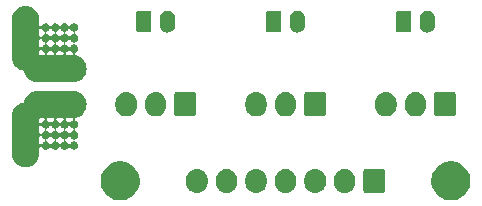
<source format=gbs>
G04 #@! TF.GenerationSoftware,KiCad,Pcbnew,(5.1.5)-3*
G04 #@! TF.CreationDate,2020-09-06T00:36:18+02:00*
G04 #@! TF.ProjectId,2S_serial_charging_board,32535f73-6572-4696-916c-5f6368617267,1*
G04 #@! TF.SameCoordinates,Original*
G04 #@! TF.FileFunction,Soldermask,Bot*
G04 #@! TF.FilePolarity,Negative*
%FSLAX46Y46*%
G04 Gerber Fmt 4.6, Leading zero omitted, Abs format (unit mm)*
G04 Created by KiCad (PCBNEW (5.1.5)-3) date 2020-09-06 00:36:18*
%MOMM*%
%LPD*%
G04 APERTURE LIST*
%ADD10C,0.100000*%
G04 APERTURE END LIST*
D10*
G36*
X127375256Y-115391298D02*
G01*
X127481579Y-115412447D01*
X127694037Y-115500450D01*
X127735965Y-115517817D01*
X127782042Y-115536903D01*
X128052451Y-115717585D01*
X128282415Y-115947549D01*
X128463097Y-116217958D01*
X128463098Y-116217960D01*
X128471813Y-116239000D01*
X128587553Y-116518421D01*
X128608702Y-116624744D01*
X128651000Y-116837389D01*
X128651000Y-117162611D01*
X128649677Y-117169260D01*
X128587553Y-117481579D01*
X128526907Y-117627991D01*
X128470080Y-117765185D01*
X128463097Y-117782042D01*
X128282415Y-118052451D01*
X128052451Y-118282415D01*
X127782042Y-118463097D01*
X127481579Y-118587553D01*
X127375256Y-118608702D01*
X127162611Y-118651000D01*
X126837389Y-118651000D01*
X126624744Y-118608702D01*
X126518421Y-118587553D01*
X126217958Y-118463097D01*
X125947549Y-118282415D01*
X125717585Y-118052451D01*
X125536903Y-117782042D01*
X125529921Y-117765185D01*
X125473093Y-117627991D01*
X125412447Y-117481579D01*
X125350323Y-117169260D01*
X125349000Y-117162611D01*
X125349000Y-116837389D01*
X125391298Y-116624744D01*
X125412447Y-116518421D01*
X125528187Y-116239000D01*
X125536902Y-116217960D01*
X125536903Y-116217958D01*
X125717585Y-115947549D01*
X125947549Y-115717585D01*
X126217958Y-115536903D01*
X126264036Y-115517817D01*
X126305963Y-115500450D01*
X126518421Y-115412447D01*
X126624744Y-115391298D01*
X126837389Y-115349000D01*
X127162611Y-115349000D01*
X127375256Y-115391298D01*
G37*
G36*
X99375256Y-115391298D02*
G01*
X99481579Y-115412447D01*
X99694037Y-115500450D01*
X99735965Y-115517817D01*
X99782042Y-115536903D01*
X100052451Y-115717585D01*
X100282415Y-115947549D01*
X100463097Y-116217958D01*
X100463098Y-116217960D01*
X100471813Y-116239000D01*
X100587553Y-116518421D01*
X100608702Y-116624744D01*
X100651000Y-116837389D01*
X100651000Y-117162611D01*
X100649677Y-117169260D01*
X100587553Y-117481579D01*
X100526907Y-117627991D01*
X100470080Y-117765185D01*
X100463097Y-117782042D01*
X100282415Y-118052451D01*
X100052451Y-118282415D01*
X99782042Y-118463097D01*
X99481579Y-118587553D01*
X99375256Y-118608702D01*
X99162611Y-118651000D01*
X98837389Y-118651000D01*
X98624744Y-118608702D01*
X98518421Y-118587553D01*
X98217958Y-118463097D01*
X97947549Y-118282415D01*
X97717585Y-118052451D01*
X97536903Y-117782042D01*
X97529921Y-117765185D01*
X97473093Y-117627991D01*
X97412447Y-117481579D01*
X97350323Y-117169260D01*
X97349000Y-117162611D01*
X97349000Y-116837389D01*
X97391298Y-116624744D01*
X97412447Y-116518421D01*
X97528187Y-116239000D01*
X97536902Y-116217960D01*
X97536903Y-116217958D01*
X97717585Y-115947549D01*
X97947549Y-115717585D01*
X98217958Y-115536903D01*
X98264036Y-115517817D01*
X98305963Y-115500450D01*
X98518421Y-115412447D01*
X98624744Y-115391298D01*
X98837389Y-115349000D01*
X99162611Y-115349000D01*
X99375256Y-115391298D01*
G37*
G36*
X115676627Y-115987037D02*
G01*
X115846466Y-116038557D01*
X116002991Y-116122222D01*
X116038729Y-116151552D01*
X116140186Y-116234814D01*
X116223448Y-116336271D01*
X116252778Y-116372009D01*
X116336443Y-116528534D01*
X116387963Y-116698374D01*
X116401000Y-116830743D01*
X116401000Y-117169258D01*
X116387963Y-117301627D01*
X116336443Y-117471465D01*
X116336442Y-117471468D01*
X116294611Y-117549728D01*
X116252778Y-117627991D01*
X116223448Y-117663729D01*
X116140186Y-117765186D01*
X116002989Y-117877779D01*
X115846467Y-117961442D01*
X115846465Y-117961443D01*
X115676626Y-118012963D01*
X115500000Y-118030359D01*
X115323373Y-118012963D01*
X115153534Y-117961443D01*
X114997009Y-117877778D01*
X114954750Y-117843097D01*
X114859814Y-117765186D01*
X114747221Y-117627989D01*
X114663558Y-117471467D01*
X114663557Y-117471465D01*
X114612037Y-117301626D01*
X114599000Y-117169257D01*
X114599000Y-116830742D01*
X114612037Y-116698373D01*
X114663557Y-116528534D01*
X114668963Y-116518421D01*
X114747221Y-116372011D01*
X114747222Y-116372009D01*
X114859815Y-116234815D01*
X114997010Y-116122222D01*
X115153535Y-116038557D01*
X115323374Y-115987037D01*
X115500000Y-115969641D01*
X115676627Y-115987037D01*
G37*
G36*
X118176627Y-115987037D02*
G01*
X118346466Y-116038557D01*
X118502991Y-116122222D01*
X118538729Y-116151552D01*
X118640186Y-116234814D01*
X118723448Y-116336271D01*
X118752778Y-116372009D01*
X118836443Y-116528534D01*
X118887963Y-116698374D01*
X118901000Y-116830743D01*
X118901000Y-117169258D01*
X118887963Y-117301627D01*
X118836443Y-117471465D01*
X118836442Y-117471468D01*
X118794611Y-117549728D01*
X118752778Y-117627991D01*
X118723448Y-117663729D01*
X118640186Y-117765186D01*
X118502989Y-117877779D01*
X118346467Y-117961442D01*
X118346465Y-117961443D01*
X118176626Y-118012963D01*
X118000000Y-118030359D01*
X117823373Y-118012963D01*
X117653534Y-117961443D01*
X117497009Y-117877778D01*
X117454750Y-117843097D01*
X117359814Y-117765186D01*
X117247221Y-117627989D01*
X117163558Y-117471467D01*
X117163557Y-117471465D01*
X117112037Y-117301626D01*
X117099000Y-117169257D01*
X117099000Y-116830742D01*
X117112037Y-116698373D01*
X117163557Y-116528534D01*
X117168963Y-116518421D01*
X117247221Y-116372011D01*
X117247222Y-116372009D01*
X117359815Y-116234815D01*
X117497010Y-116122222D01*
X117653535Y-116038557D01*
X117823374Y-115987037D01*
X118000000Y-115969641D01*
X118176627Y-115987037D01*
G37*
G36*
X110676627Y-115987037D02*
G01*
X110846466Y-116038557D01*
X111002991Y-116122222D01*
X111038729Y-116151552D01*
X111140186Y-116234814D01*
X111223448Y-116336271D01*
X111252778Y-116372009D01*
X111336443Y-116528534D01*
X111387963Y-116698374D01*
X111401000Y-116830743D01*
X111401000Y-117169258D01*
X111387963Y-117301627D01*
X111336443Y-117471465D01*
X111336442Y-117471468D01*
X111294611Y-117549728D01*
X111252778Y-117627991D01*
X111223448Y-117663729D01*
X111140186Y-117765186D01*
X111002989Y-117877779D01*
X110846467Y-117961442D01*
X110846465Y-117961443D01*
X110676626Y-118012963D01*
X110500000Y-118030359D01*
X110323373Y-118012963D01*
X110153534Y-117961443D01*
X109997009Y-117877778D01*
X109954750Y-117843097D01*
X109859814Y-117765186D01*
X109747221Y-117627989D01*
X109663558Y-117471467D01*
X109663557Y-117471465D01*
X109612037Y-117301626D01*
X109599000Y-117169257D01*
X109599000Y-116830742D01*
X109612037Y-116698373D01*
X109663557Y-116528534D01*
X109668963Y-116518421D01*
X109747221Y-116372011D01*
X109747222Y-116372009D01*
X109859815Y-116234815D01*
X109997010Y-116122222D01*
X110153535Y-116038557D01*
X110323374Y-115987037D01*
X110500000Y-115969641D01*
X110676627Y-115987037D01*
G37*
G36*
X105676627Y-115987037D02*
G01*
X105846466Y-116038557D01*
X106002991Y-116122222D01*
X106038729Y-116151552D01*
X106140186Y-116234814D01*
X106223448Y-116336271D01*
X106252778Y-116372009D01*
X106336443Y-116528534D01*
X106387963Y-116698374D01*
X106401000Y-116830743D01*
X106401000Y-117169258D01*
X106387963Y-117301627D01*
X106336443Y-117471465D01*
X106336442Y-117471468D01*
X106294611Y-117549728D01*
X106252778Y-117627991D01*
X106223448Y-117663729D01*
X106140186Y-117765186D01*
X106002989Y-117877779D01*
X105846467Y-117961442D01*
X105846465Y-117961443D01*
X105676626Y-118012963D01*
X105500000Y-118030359D01*
X105323373Y-118012963D01*
X105153534Y-117961443D01*
X104997009Y-117877778D01*
X104954750Y-117843097D01*
X104859814Y-117765186D01*
X104747221Y-117627989D01*
X104663558Y-117471467D01*
X104663557Y-117471465D01*
X104612037Y-117301626D01*
X104599000Y-117169257D01*
X104599000Y-116830742D01*
X104612037Y-116698373D01*
X104663557Y-116528534D01*
X104668963Y-116518421D01*
X104747221Y-116372011D01*
X104747222Y-116372009D01*
X104859815Y-116234815D01*
X104997010Y-116122222D01*
X105153535Y-116038557D01*
X105323374Y-115987037D01*
X105500000Y-115969641D01*
X105676627Y-115987037D01*
G37*
G36*
X108176627Y-115987037D02*
G01*
X108346466Y-116038557D01*
X108502991Y-116122222D01*
X108538729Y-116151552D01*
X108640186Y-116234814D01*
X108723448Y-116336271D01*
X108752778Y-116372009D01*
X108836443Y-116528534D01*
X108887963Y-116698374D01*
X108901000Y-116830743D01*
X108901000Y-117169258D01*
X108887963Y-117301627D01*
X108836443Y-117471465D01*
X108836442Y-117471468D01*
X108794611Y-117549728D01*
X108752778Y-117627991D01*
X108723448Y-117663729D01*
X108640186Y-117765186D01*
X108502989Y-117877779D01*
X108346467Y-117961442D01*
X108346465Y-117961443D01*
X108176626Y-118012963D01*
X108000000Y-118030359D01*
X107823373Y-118012963D01*
X107653534Y-117961443D01*
X107497009Y-117877778D01*
X107454750Y-117843097D01*
X107359814Y-117765186D01*
X107247221Y-117627989D01*
X107163558Y-117471467D01*
X107163557Y-117471465D01*
X107112037Y-117301626D01*
X107099000Y-117169257D01*
X107099000Y-116830742D01*
X107112037Y-116698373D01*
X107163557Y-116528534D01*
X107168963Y-116518421D01*
X107247221Y-116372011D01*
X107247222Y-116372009D01*
X107359815Y-116234815D01*
X107497010Y-116122222D01*
X107653535Y-116038557D01*
X107823374Y-115987037D01*
X108000000Y-115969641D01*
X108176627Y-115987037D01*
G37*
G36*
X113176627Y-115987037D02*
G01*
X113346466Y-116038557D01*
X113502991Y-116122222D01*
X113538729Y-116151552D01*
X113640186Y-116234814D01*
X113723448Y-116336271D01*
X113752778Y-116372009D01*
X113836443Y-116528534D01*
X113887963Y-116698374D01*
X113901000Y-116830743D01*
X113901000Y-117169258D01*
X113887963Y-117301627D01*
X113836443Y-117471465D01*
X113836442Y-117471468D01*
X113794611Y-117549728D01*
X113752778Y-117627991D01*
X113723448Y-117663729D01*
X113640186Y-117765186D01*
X113502989Y-117877779D01*
X113346467Y-117961442D01*
X113346465Y-117961443D01*
X113176626Y-118012963D01*
X113000000Y-118030359D01*
X112823373Y-118012963D01*
X112653534Y-117961443D01*
X112497009Y-117877778D01*
X112454750Y-117843097D01*
X112359814Y-117765186D01*
X112247221Y-117627989D01*
X112163558Y-117471467D01*
X112163557Y-117471465D01*
X112112037Y-117301626D01*
X112099000Y-117169257D01*
X112099000Y-116830742D01*
X112112037Y-116698373D01*
X112163557Y-116528534D01*
X112168963Y-116518421D01*
X112247221Y-116372011D01*
X112247222Y-116372009D01*
X112359815Y-116234815D01*
X112497010Y-116122222D01*
X112653535Y-116038557D01*
X112823374Y-115987037D01*
X113000000Y-115969641D01*
X113176627Y-115987037D01*
G37*
G36*
X121258600Y-115977989D02*
G01*
X121291652Y-115988015D01*
X121322103Y-116004292D01*
X121348799Y-116026201D01*
X121370708Y-116052897D01*
X121386985Y-116083348D01*
X121397011Y-116116400D01*
X121401000Y-116156903D01*
X121401000Y-117843097D01*
X121397011Y-117883600D01*
X121386985Y-117916652D01*
X121370708Y-117947103D01*
X121348799Y-117973799D01*
X121322103Y-117995708D01*
X121291652Y-118011985D01*
X121258600Y-118022011D01*
X121218097Y-118026000D01*
X119781903Y-118026000D01*
X119741400Y-118022011D01*
X119708348Y-118011985D01*
X119677897Y-117995708D01*
X119651201Y-117973799D01*
X119629292Y-117947103D01*
X119613015Y-117916652D01*
X119602989Y-117883600D01*
X119599000Y-117843097D01*
X119599000Y-116156903D01*
X119602989Y-116116400D01*
X119613015Y-116083348D01*
X119629292Y-116052897D01*
X119651201Y-116026201D01*
X119677897Y-116004292D01*
X119708348Y-115988015D01*
X119741400Y-115977989D01*
X119781903Y-115974000D01*
X121218097Y-115974000D01*
X121258600Y-115977989D01*
G37*
G36*
X95169271Y-109360103D02*
G01*
X95225635Y-109365654D01*
X95442600Y-109431470D01*
X95442602Y-109431471D01*
X95642555Y-109538347D01*
X95817818Y-109682182D01*
X95961653Y-109857445D01*
X96053100Y-110028532D01*
X96068530Y-110057400D01*
X96134346Y-110274365D01*
X96156569Y-110500000D01*
X96134346Y-110725635D01*
X96094362Y-110857445D01*
X96068529Y-110942602D01*
X95961653Y-111142555D01*
X95817818Y-111317818D01*
X95642555Y-111461653D01*
X95442603Y-111568529D01*
X95442600Y-111568530D01*
X95228568Y-111633456D01*
X95205937Y-111642831D01*
X95185563Y-111656444D01*
X95168236Y-111673771D01*
X95154622Y-111694146D01*
X95145244Y-111716785D01*
X95140464Y-111740818D01*
X95140464Y-111765322D01*
X95145244Y-111789355D01*
X95154622Y-111811994D01*
X95168235Y-111832368D01*
X95185562Y-111849695D01*
X95205937Y-111863309D01*
X95217026Y-111868554D01*
X95266259Y-111888947D01*
X95266261Y-111888948D01*
X95295200Y-111908285D01*
X95323748Y-111927360D01*
X95372640Y-111976252D01*
X95411054Y-112033742D01*
X95423779Y-112064464D01*
X95437511Y-112097617D01*
X95451000Y-112165430D01*
X95451000Y-112234570D01*
X95437511Y-112302383D01*
X95437510Y-112302385D01*
X95411054Y-112366258D01*
X95372640Y-112423748D01*
X95323748Y-112472640D01*
X95266258Y-112511054D01*
X95209614Y-112534516D01*
X95188003Y-112546067D01*
X95169061Y-112561612D01*
X95153516Y-112580553D01*
X95141964Y-112602164D01*
X95134851Y-112625613D01*
X95132449Y-112649999D01*
X95134851Y-112674385D01*
X95141964Y-112697834D01*
X95153515Y-112719445D01*
X95169060Y-112738387D01*
X95188001Y-112753932D01*
X95209614Y-112765484D01*
X95266258Y-112788946D01*
X95323748Y-112827360D01*
X95372640Y-112876252D01*
X95411054Y-112933742D01*
X95423779Y-112964464D01*
X95437511Y-112997617D01*
X95451000Y-113065430D01*
X95451000Y-113134570D01*
X95437511Y-113202383D01*
X95437510Y-113202385D01*
X95411054Y-113266258D01*
X95372640Y-113323748D01*
X95323748Y-113372640D01*
X95266258Y-113411054D01*
X95209614Y-113434516D01*
X95188003Y-113446067D01*
X95169061Y-113461612D01*
X95153516Y-113480553D01*
X95141964Y-113502164D01*
X95134851Y-113525613D01*
X95132449Y-113549999D01*
X95134851Y-113574385D01*
X95141964Y-113597834D01*
X95153515Y-113619445D01*
X95169060Y-113638387D01*
X95188001Y-113653932D01*
X95209614Y-113665484D01*
X95266258Y-113688946D01*
X95323748Y-113727360D01*
X95372640Y-113776252D01*
X95411054Y-113833742D01*
X95423779Y-113864464D01*
X95437511Y-113897617D01*
X95451000Y-113965430D01*
X95451000Y-114034570D01*
X95437511Y-114102383D01*
X95437510Y-114102385D01*
X95411054Y-114166258D01*
X95372640Y-114223748D01*
X95323748Y-114272640D01*
X95266258Y-114311054D01*
X95214182Y-114332624D01*
X95202383Y-114337511D01*
X95134570Y-114351000D01*
X95065430Y-114351000D01*
X94997617Y-114337511D01*
X94985818Y-114332624D01*
X94933742Y-114311054D01*
X94876252Y-114272640D01*
X94827360Y-114223748D01*
X94803933Y-114188687D01*
X94788387Y-114169745D01*
X94769445Y-114154200D01*
X94747835Y-114142649D01*
X94724386Y-114135536D01*
X94700000Y-114133134D01*
X94675614Y-114135536D01*
X94652165Y-114142649D01*
X94630554Y-114154200D01*
X94611612Y-114169746D01*
X94596067Y-114188687D01*
X94572640Y-114223748D01*
X94523748Y-114272640D01*
X94466258Y-114311054D01*
X94414182Y-114332624D01*
X94402383Y-114337511D01*
X94334570Y-114351000D01*
X94265430Y-114351000D01*
X94197617Y-114337511D01*
X94185818Y-114332624D01*
X94133742Y-114311054D01*
X94076252Y-114272640D01*
X94027360Y-114223748D01*
X94003933Y-114188687D01*
X93988387Y-114169745D01*
X93969445Y-114154200D01*
X93947835Y-114142649D01*
X93924386Y-114135536D01*
X93900000Y-114133134D01*
X93875614Y-114135536D01*
X93852165Y-114142649D01*
X93830554Y-114154200D01*
X93811612Y-114169746D01*
X93796067Y-114188687D01*
X93772640Y-114223748D01*
X93723748Y-114272640D01*
X93666258Y-114311054D01*
X93614182Y-114332624D01*
X93602383Y-114337511D01*
X93534570Y-114351000D01*
X93465430Y-114351000D01*
X93397617Y-114337511D01*
X93385818Y-114332624D01*
X93333742Y-114311054D01*
X93276252Y-114272640D01*
X93227360Y-114223748D01*
X93203933Y-114188687D01*
X93188387Y-114169745D01*
X93169445Y-114154200D01*
X93147835Y-114142649D01*
X93124386Y-114135536D01*
X93100000Y-114133134D01*
X93075614Y-114135536D01*
X93052165Y-114142649D01*
X93030554Y-114154200D01*
X93011612Y-114169746D01*
X92996067Y-114188687D01*
X92972640Y-114223748D01*
X92923748Y-114272640D01*
X92866258Y-114311054D01*
X92814182Y-114332624D01*
X92802383Y-114337511D01*
X92734570Y-114351000D01*
X92665430Y-114351000D01*
X92597617Y-114337511D01*
X92585818Y-114332624D01*
X92533742Y-114311054D01*
X92476252Y-114272640D01*
X92427360Y-114223748D01*
X92385264Y-114160748D01*
X92379930Y-114150769D01*
X92364385Y-114131827D01*
X92345442Y-114116283D01*
X92323831Y-114104732D01*
X92300382Y-114097619D01*
X92275996Y-114095218D01*
X92251610Y-114097620D01*
X92228161Y-114104734D01*
X92206551Y-114116286D01*
X92187609Y-114131831D01*
X92172065Y-114150774D01*
X92160514Y-114172385D01*
X92153401Y-114195834D01*
X92151000Y-114220217D01*
X92151000Y-114756545D01*
X92134346Y-114925634D01*
X92068529Y-115142602D01*
X91961653Y-115342555D01*
X91882652Y-115438817D01*
X91817818Y-115517818D01*
X91669204Y-115639781D01*
X91642553Y-115661653D01*
X91537911Y-115717585D01*
X91442599Y-115768530D01*
X91225634Y-115834346D01*
X91000000Y-115856569D01*
X90774365Y-115834346D01*
X90557400Y-115768530D01*
X90557398Y-115768529D01*
X90357445Y-115661653D01*
X90261183Y-115582652D01*
X90182182Y-115517818D01*
X90038348Y-115342554D01*
X89931470Y-115142599D01*
X89865654Y-114925634D01*
X89849000Y-114756542D01*
X89849000Y-113320217D01*
X92151000Y-113320217D01*
X92151000Y-113779783D01*
X92153402Y-113804169D01*
X92160515Y-113827618D01*
X92172066Y-113849229D01*
X92187611Y-113868171D01*
X92206553Y-113883716D01*
X92228164Y-113895267D01*
X92251613Y-113902380D01*
X92275999Y-113904782D01*
X92300385Y-113902380D01*
X92323834Y-113895267D01*
X92345445Y-113883716D01*
X92364387Y-113868171D01*
X92379932Y-113849229D01*
X92385267Y-113839249D01*
X92388947Y-113833742D01*
X92388948Y-113833739D01*
X92427361Y-113776251D01*
X92476251Y-113727361D01*
X92533739Y-113688948D01*
X92533742Y-113688946D01*
X92590386Y-113665484D01*
X92611997Y-113653933D01*
X92630939Y-113638388D01*
X92646484Y-113619447D01*
X92658036Y-113597836D01*
X92665149Y-113574387D01*
X92667551Y-113550001D01*
X92667551Y-113549999D01*
X92732449Y-113549999D01*
X92734851Y-113574385D01*
X92741964Y-113597834D01*
X92753515Y-113619445D01*
X92769060Y-113638387D01*
X92788001Y-113653932D01*
X92809614Y-113665484D01*
X92866258Y-113688946D01*
X92923748Y-113727360D01*
X92972640Y-113776252D01*
X92996067Y-113811313D01*
X93011613Y-113830255D01*
X93030555Y-113845800D01*
X93052165Y-113857351D01*
X93075614Y-113864464D01*
X93100000Y-113866866D01*
X93124386Y-113864464D01*
X93147835Y-113857351D01*
X93169446Y-113845800D01*
X93188388Y-113830254D01*
X93203933Y-113811313D01*
X93227360Y-113776252D01*
X93276252Y-113727360D01*
X93333742Y-113688946D01*
X93390386Y-113665484D01*
X93411997Y-113653933D01*
X93430939Y-113638388D01*
X93446484Y-113619447D01*
X93458036Y-113597836D01*
X93465149Y-113574387D01*
X93467551Y-113550001D01*
X93467551Y-113549999D01*
X93532449Y-113549999D01*
X93534851Y-113574385D01*
X93541964Y-113597834D01*
X93553515Y-113619445D01*
X93569060Y-113638387D01*
X93588001Y-113653932D01*
X93609614Y-113665484D01*
X93666258Y-113688946D01*
X93723748Y-113727360D01*
X93772640Y-113776252D01*
X93796067Y-113811313D01*
X93811613Y-113830255D01*
X93830555Y-113845800D01*
X93852165Y-113857351D01*
X93875614Y-113864464D01*
X93900000Y-113866866D01*
X93924386Y-113864464D01*
X93947835Y-113857351D01*
X93969446Y-113845800D01*
X93988388Y-113830254D01*
X94003933Y-113811313D01*
X94027360Y-113776252D01*
X94076252Y-113727360D01*
X94133742Y-113688946D01*
X94190386Y-113665484D01*
X94211997Y-113653933D01*
X94230939Y-113638388D01*
X94246484Y-113619447D01*
X94258036Y-113597836D01*
X94265149Y-113574387D01*
X94267551Y-113550001D01*
X94267551Y-113549999D01*
X94332449Y-113549999D01*
X94334851Y-113574385D01*
X94341964Y-113597834D01*
X94353515Y-113619445D01*
X94369060Y-113638387D01*
X94388001Y-113653932D01*
X94409614Y-113665484D01*
X94466258Y-113688946D01*
X94523748Y-113727360D01*
X94572640Y-113776252D01*
X94596067Y-113811313D01*
X94611613Y-113830255D01*
X94630555Y-113845800D01*
X94652165Y-113857351D01*
X94675614Y-113864464D01*
X94700000Y-113866866D01*
X94724386Y-113864464D01*
X94747835Y-113857351D01*
X94769446Y-113845800D01*
X94788388Y-113830254D01*
X94803933Y-113811313D01*
X94827360Y-113776252D01*
X94876252Y-113727360D01*
X94933742Y-113688946D01*
X94990386Y-113665484D01*
X95011997Y-113653933D01*
X95030939Y-113638388D01*
X95046484Y-113619447D01*
X95058036Y-113597836D01*
X95065149Y-113574387D01*
X95067551Y-113550001D01*
X95065149Y-113525615D01*
X95058036Y-113502166D01*
X95046485Y-113480555D01*
X95030940Y-113461613D01*
X95011999Y-113446068D01*
X94990386Y-113434516D01*
X94933742Y-113411054D01*
X94876252Y-113372640D01*
X94827360Y-113323748D01*
X94803933Y-113288687D01*
X94788387Y-113269745D01*
X94769445Y-113254200D01*
X94747835Y-113242649D01*
X94724386Y-113235536D01*
X94700000Y-113233134D01*
X94675614Y-113235536D01*
X94652165Y-113242649D01*
X94630554Y-113254200D01*
X94611612Y-113269746D01*
X94596067Y-113288687D01*
X94572640Y-113323748D01*
X94523748Y-113372640D01*
X94466258Y-113411054D01*
X94409614Y-113434516D01*
X94388003Y-113446067D01*
X94369061Y-113461612D01*
X94353516Y-113480553D01*
X94341964Y-113502164D01*
X94334851Y-113525613D01*
X94332449Y-113549999D01*
X94267551Y-113549999D01*
X94265149Y-113525615D01*
X94258036Y-113502166D01*
X94246485Y-113480555D01*
X94230940Y-113461613D01*
X94211999Y-113446068D01*
X94190386Y-113434516D01*
X94133742Y-113411054D01*
X94076252Y-113372640D01*
X94027360Y-113323748D01*
X94003933Y-113288687D01*
X93988387Y-113269745D01*
X93969445Y-113254200D01*
X93947835Y-113242649D01*
X93924386Y-113235536D01*
X93900000Y-113233134D01*
X93875614Y-113235536D01*
X93852165Y-113242649D01*
X93830554Y-113254200D01*
X93811612Y-113269746D01*
X93796067Y-113288687D01*
X93772640Y-113323748D01*
X93723748Y-113372640D01*
X93666258Y-113411054D01*
X93609614Y-113434516D01*
X93588003Y-113446067D01*
X93569061Y-113461612D01*
X93553516Y-113480553D01*
X93541964Y-113502164D01*
X93534851Y-113525613D01*
X93532449Y-113549999D01*
X93467551Y-113549999D01*
X93465149Y-113525615D01*
X93458036Y-113502166D01*
X93446485Y-113480555D01*
X93430940Y-113461613D01*
X93411999Y-113446068D01*
X93390386Y-113434516D01*
X93333742Y-113411054D01*
X93276252Y-113372640D01*
X93227360Y-113323748D01*
X93203933Y-113288687D01*
X93188387Y-113269745D01*
X93169445Y-113254200D01*
X93147835Y-113242649D01*
X93124386Y-113235536D01*
X93100000Y-113233134D01*
X93075614Y-113235536D01*
X93052165Y-113242649D01*
X93030554Y-113254200D01*
X93011612Y-113269746D01*
X92996067Y-113288687D01*
X92972640Y-113323748D01*
X92923748Y-113372640D01*
X92866258Y-113411054D01*
X92809614Y-113434516D01*
X92788003Y-113446067D01*
X92769061Y-113461612D01*
X92753516Y-113480553D01*
X92741964Y-113502164D01*
X92734851Y-113525613D01*
X92732449Y-113549999D01*
X92667551Y-113549999D01*
X92665149Y-113525615D01*
X92658036Y-113502166D01*
X92646485Y-113480555D01*
X92630940Y-113461613D01*
X92611999Y-113446068D01*
X92590386Y-113434516D01*
X92533742Y-113411054D01*
X92476252Y-113372640D01*
X92427360Y-113323748D01*
X92385264Y-113260748D01*
X92379930Y-113250769D01*
X92364385Y-113231827D01*
X92345442Y-113216283D01*
X92323831Y-113204732D01*
X92300382Y-113197619D01*
X92275996Y-113195218D01*
X92251610Y-113197620D01*
X92228161Y-113204734D01*
X92206551Y-113216286D01*
X92187609Y-113231831D01*
X92172065Y-113250774D01*
X92160514Y-113272385D01*
X92153401Y-113295834D01*
X92151000Y-113320217D01*
X89849000Y-113320217D01*
X89849000Y-112420217D01*
X92151000Y-112420217D01*
X92151000Y-112879783D01*
X92153402Y-112904169D01*
X92160515Y-112927618D01*
X92172066Y-112949229D01*
X92187611Y-112968171D01*
X92206553Y-112983716D01*
X92228164Y-112995267D01*
X92251613Y-113002380D01*
X92275999Y-113004782D01*
X92300385Y-113002380D01*
X92323834Y-112995267D01*
X92345445Y-112983716D01*
X92364387Y-112968171D01*
X92379932Y-112949229D01*
X92385267Y-112939249D01*
X92388947Y-112933742D01*
X92388948Y-112933739D01*
X92427361Y-112876251D01*
X92476251Y-112827361D01*
X92533739Y-112788948D01*
X92533742Y-112788946D01*
X92590386Y-112765484D01*
X92611997Y-112753933D01*
X92630939Y-112738388D01*
X92646484Y-112719447D01*
X92658036Y-112697836D01*
X92665149Y-112674387D01*
X92667551Y-112650001D01*
X92667551Y-112649999D01*
X92732449Y-112649999D01*
X92734851Y-112674385D01*
X92741964Y-112697834D01*
X92753515Y-112719445D01*
X92769060Y-112738387D01*
X92788001Y-112753932D01*
X92809614Y-112765484D01*
X92866258Y-112788946D01*
X92923748Y-112827360D01*
X92972640Y-112876252D01*
X92996067Y-112911313D01*
X93011613Y-112930255D01*
X93030555Y-112945800D01*
X93052165Y-112957351D01*
X93075614Y-112964464D01*
X93100000Y-112966866D01*
X93124386Y-112964464D01*
X93147835Y-112957351D01*
X93169446Y-112945800D01*
X93188388Y-112930254D01*
X93203933Y-112911313D01*
X93227360Y-112876252D01*
X93276252Y-112827360D01*
X93333742Y-112788946D01*
X93390386Y-112765484D01*
X93411997Y-112753933D01*
X93430939Y-112738388D01*
X93446484Y-112719447D01*
X93458036Y-112697836D01*
X93465149Y-112674387D01*
X93467551Y-112650001D01*
X93467551Y-112649999D01*
X93532449Y-112649999D01*
X93534851Y-112674385D01*
X93541964Y-112697834D01*
X93553515Y-112719445D01*
X93569060Y-112738387D01*
X93588001Y-112753932D01*
X93609614Y-112765484D01*
X93666258Y-112788946D01*
X93723748Y-112827360D01*
X93772640Y-112876252D01*
X93796067Y-112911313D01*
X93811613Y-112930255D01*
X93830555Y-112945800D01*
X93852165Y-112957351D01*
X93875614Y-112964464D01*
X93900000Y-112966866D01*
X93924386Y-112964464D01*
X93947835Y-112957351D01*
X93969446Y-112945800D01*
X93988388Y-112930254D01*
X94003933Y-112911313D01*
X94027360Y-112876252D01*
X94076252Y-112827360D01*
X94133742Y-112788946D01*
X94190386Y-112765484D01*
X94211997Y-112753933D01*
X94230939Y-112738388D01*
X94246484Y-112719447D01*
X94258036Y-112697836D01*
X94265149Y-112674387D01*
X94267551Y-112650001D01*
X94267551Y-112649999D01*
X94332449Y-112649999D01*
X94334851Y-112674385D01*
X94341964Y-112697834D01*
X94353515Y-112719445D01*
X94369060Y-112738387D01*
X94388001Y-112753932D01*
X94409614Y-112765484D01*
X94466258Y-112788946D01*
X94523748Y-112827360D01*
X94572640Y-112876252D01*
X94596067Y-112911313D01*
X94611613Y-112930255D01*
X94630555Y-112945800D01*
X94652165Y-112957351D01*
X94675614Y-112964464D01*
X94700000Y-112966866D01*
X94724386Y-112964464D01*
X94747835Y-112957351D01*
X94769446Y-112945800D01*
X94788388Y-112930254D01*
X94803933Y-112911313D01*
X94827360Y-112876252D01*
X94876252Y-112827360D01*
X94933742Y-112788946D01*
X94990386Y-112765484D01*
X95011997Y-112753933D01*
X95030939Y-112738388D01*
X95046484Y-112719447D01*
X95058036Y-112697836D01*
X95065149Y-112674387D01*
X95067551Y-112650001D01*
X95065149Y-112625615D01*
X95058036Y-112602166D01*
X95046485Y-112580555D01*
X95030940Y-112561613D01*
X95011999Y-112546068D01*
X94990386Y-112534516D01*
X94933742Y-112511054D01*
X94876252Y-112472640D01*
X94827360Y-112423748D01*
X94803933Y-112388687D01*
X94788387Y-112369745D01*
X94769445Y-112354200D01*
X94747835Y-112342649D01*
X94724386Y-112335536D01*
X94700000Y-112333134D01*
X94675614Y-112335536D01*
X94652165Y-112342649D01*
X94630554Y-112354200D01*
X94611612Y-112369746D01*
X94596067Y-112388687D01*
X94572640Y-112423748D01*
X94523748Y-112472640D01*
X94466258Y-112511054D01*
X94409614Y-112534516D01*
X94388003Y-112546067D01*
X94369061Y-112561612D01*
X94353516Y-112580553D01*
X94341964Y-112602164D01*
X94334851Y-112625613D01*
X94332449Y-112649999D01*
X94267551Y-112649999D01*
X94265149Y-112625615D01*
X94258036Y-112602166D01*
X94246485Y-112580555D01*
X94230940Y-112561613D01*
X94211999Y-112546068D01*
X94190386Y-112534516D01*
X94133742Y-112511054D01*
X94076252Y-112472640D01*
X94027360Y-112423748D01*
X94003933Y-112388687D01*
X93988387Y-112369745D01*
X93969445Y-112354200D01*
X93947835Y-112342649D01*
X93924386Y-112335536D01*
X93900000Y-112333134D01*
X93875614Y-112335536D01*
X93852165Y-112342649D01*
X93830554Y-112354200D01*
X93811612Y-112369746D01*
X93796067Y-112388687D01*
X93772640Y-112423748D01*
X93723748Y-112472640D01*
X93666258Y-112511054D01*
X93609614Y-112534516D01*
X93588003Y-112546067D01*
X93569061Y-112561612D01*
X93553516Y-112580553D01*
X93541964Y-112602164D01*
X93534851Y-112625613D01*
X93532449Y-112649999D01*
X93467551Y-112649999D01*
X93465149Y-112625615D01*
X93458036Y-112602166D01*
X93446485Y-112580555D01*
X93430940Y-112561613D01*
X93411999Y-112546068D01*
X93390386Y-112534516D01*
X93333742Y-112511054D01*
X93276252Y-112472640D01*
X93227360Y-112423748D01*
X93203933Y-112388687D01*
X93188387Y-112369745D01*
X93169445Y-112354200D01*
X93147835Y-112342649D01*
X93124386Y-112335536D01*
X93100000Y-112333134D01*
X93075614Y-112335536D01*
X93052165Y-112342649D01*
X93030554Y-112354200D01*
X93011612Y-112369746D01*
X92996067Y-112388687D01*
X92972640Y-112423748D01*
X92923748Y-112472640D01*
X92866258Y-112511054D01*
X92809614Y-112534516D01*
X92788003Y-112546067D01*
X92769061Y-112561612D01*
X92753516Y-112580553D01*
X92741964Y-112602164D01*
X92734851Y-112625613D01*
X92732449Y-112649999D01*
X92667551Y-112649999D01*
X92665149Y-112625615D01*
X92658036Y-112602166D01*
X92646485Y-112580555D01*
X92630940Y-112561613D01*
X92611999Y-112546068D01*
X92590386Y-112534516D01*
X92533742Y-112511054D01*
X92476252Y-112472640D01*
X92427360Y-112423748D01*
X92385264Y-112360748D01*
X92379930Y-112350769D01*
X92364385Y-112331827D01*
X92345442Y-112316283D01*
X92323831Y-112304732D01*
X92300382Y-112297619D01*
X92275996Y-112295218D01*
X92251610Y-112297620D01*
X92228161Y-112304734D01*
X92206551Y-112316286D01*
X92187609Y-112331831D01*
X92172065Y-112350774D01*
X92160514Y-112372385D01*
X92153401Y-112395834D01*
X92151000Y-112420217D01*
X89849000Y-112420217D01*
X89849000Y-111775999D01*
X92151000Y-111775999D01*
X92151000Y-111979783D01*
X92153402Y-112004169D01*
X92160515Y-112027618D01*
X92172066Y-112049229D01*
X92187611Y-112068171D01*
X92206553Y-112083716D01*
X92228164Y-112095267D01*
X92251613Y-112102380D01*
X92275999Y-112104782D01*
X92300385Y-112102380D01*
X92323834Y-112095267D01*
X92345445Y-112083716D01*
X92364387Y-112068171D01*
X92379932Y-112049229D01*
X92385267Y-112039249D01*
X92388947Y-112033742D01*
X92388948Y-112033739D01*
X92427361Y-111976251D01*
X92476251Y-111927361D01*
X92533739Y-111888948D01*
X92533738Y-111888948D01*
X92539252Y-111885264D01*
X92549231Y-111879930D01*
X92568173Y-111864385D01*
X92583717Y-111845442D01*
X92595268Y-111823831D01*
X92602381Y-111800382D01*
X92604781Y-111775999D01*
X92795218Y-111775999D01*
X92797620Y-111800385D01*
X92804733Y-111823834D01*
X92816284Y-111845445D01*
X92831829Y-111864387D01*
X92850771Y-111879932D01*
X92860751Y-111885267D01*
X92866258Y-111888947D01*
X92866261Y-111888948D01*
X92904170Y-111914278D01*
X92923748Y-111927360D01*
X92972640Y-111976252D01*
X92996067Y-112011313D01*
X93011613Y-112030255D01*
X93030555Y-112045800D01*
X93052165Y-112057351D01*
X93075614Y-112064464D01*
X93100000Y-112066866D01*
X93124386Y-112064464D01*
X93147835Y-112057351D01*
X93169446Y-112045800D01*
X93188388Y-112030254D01*
X93203933Y-112011313D01*
X93227360Y-111976252D01*
X93276252Y-111927360D01*
X93339252Y-111885264D01*
X93349231Y-111879930D01*
X93368173Y-111864385D01*
X93383717Y-111845442D01*
X93395268Y-111823831D01*
X93402381Y-111800382D01*
X93404781Y-111775999D01*
X93595218Y-111775999D01*
X93597620Y-111800385D01*
X93604733Y-111823834D01*
X93616284Y-111845445D01*
X93631829Y-111864387D01*
X93650771Y-111879932D01*
X93660751Y-111885267D01*
X93666258Y-111888947D01*
X93666261Y-111888948D01*
X93704170Y-111914278D01*
X93723748Y-111927360D01*
X93772640Y-111976252D01*
X93796067Y-112011313D01*
X93811613Y-112030255D01*
X93830555Y-112045800D01*
X93852165Y-112057351D01*
X93875614Y-112064464D01*
X93900000Y-112066866D01*
X93924386Y-112064464D01*
X93947835Y-112057351D01*
X93969446Y-112045800D01*
X93988388Y-112030254D01*
X94003933Y-112011313D01*
X94027360Y-111976252D01*
X94076252Y-111927360D01*
X94139252Y-111885264D01*
X94149231Y-111879930D01*
X94168173Y-111864385D01*
X94183717Y-111845442D01*
X94195268Y-111823831D01*
X94202381Y-111800382D01*
X94204781Y-111775999D01*
X94395218Y-111775999D01*
X94397620Y-111800385D01*
X94404733Y-111823834D01*
X94416284Y-111845445D01*
X94431829Y-111864387D01*
X94450771Y-111879932D01*
X94460751Y-111885267D01*
X94466258Y-111888947D01*
X94466261Y-111888948D01*
X94504170Y-111914278D01*
X94523748Y-111927360D01*
X94572640Y-111976252D01*
X94596067Y-112011313D01*
X94611613Y-112030255D01*
X94630555Y-112045800D01*
X94652165Y-112057351D01*
X94675614Y-112064464D01*
X94700000Y-112066866D01*
X94724386Y-112064464D01*
X94747835Y-112057351D01*
X94769446Y-112045800D01*
X94788388Y-112030254D01*
X94803933Y-112011313D01*
X94827360Y-111976252D01*
X94876252Y-111927360D01*
X94939252Y-111885264D01*
X94949231Y-111879930D01*
X94968173Y-111864385D01*
X94983717Y-111845442D01*
X94995268Y-111823831D01*
X95002381Y-111800382D01*
X95004782Y-111775996D01*
X95002380Y-111751610D01*
X94995266Y-111728161D01*
X94983714Y-111706551D01*
X94968169Y-111687609D01*
X94949226Y-111672065D01*
X94927615Y-111660514D01*
X94904166Y-111653401D01*
X94879783Y-111651000D01*
X94520217Y-111651000D01*
X94495831Y-111653402D01*
X94472382Y-111660515D01*
X94450771Y-111672066D01*
X94431829Y-111687611D01*
X94416284Y-111706553D01*
X94404733Y-111728164D01*
X94397620Y-111751613D01*
X94395218Y-111775999D01*
X94204781Y-111775999D01*
X94204782Y-111775996D01*
X94202380Y-111751610D01*
X94195266Y-111728161D01*
X94183714Y-111706551D01*
X94168169Y-111687609D01*
X94149226Y-111672065D01*
X94127615Y-111660514D01*
X94104166Y-111653401D01*
X94079783Y-111651000D01*
X93720217Y-111651000D01*
X93695831Y-111653402D01*
X93672382Y-111660515D01*
X93650771Y-111672066D01*
X93631829Y-111687611D01*
X93616284Y-111706553D01*
X93604733Y-111728164D01*
X93597620Y-111751613D01*
X93595218Y-111775999D01*
X93404781Y-111775999D01*
X93404782Y-111775996D01*
X93402380Y-111751610D01*
X93395266Y-111728161D01*
X93383714Y-111706551D01*
X93368169Y-111687609D01*
X93349226Y-111672065D01*
X93327615Y-111660514D01*
X93304166Y-111653401D01*
X93279783Y-111651000D01*
X92920217Y-111651000D01*
X92895831Y-111653402D01*
X92872382Y-111660515D01*
X92850771Y-111672066D01*
X92831829Y-111687611D01*
X92816284Y-111706553D01*
X92804733Y-111728164D01*
X92797620Y-111751613D01*
X92795218Y-111775999D01*
X92604781Y-111775999D01*
X92604782Y-111775996D01*
X92602380Y-111751610D01*
X92595266Y-111728161D01*
X92583714Y-111706551D01*
X92568169Y-111687609D01*
X92549226Y-111672065D01*
X92527615Y-111660514D01*
X92504166Y-111653401D01*
X92479783Y-111651000D01*
X92275999Y-111651000D01*
X92251613Y-111653402D01*
X92228164Y-111660515D01*
X92206553Y-111672066D01*
X92187611Y-111687611D01*
X92172066Y-111706553D01*
X92160515Y-111728164D01*
X92153402Y-111751613D01*
X92151000Y-111775999D01*
X89849000Y-111775999D01*
X89849001Y-111443457D01*
X89865655Y-111274365D01*
X89931471Y-111057400D01*
X89931472Y-111057398D01*
X90038348Y-110857445D01*
X90182183Y-110682182D01*
X90357446Y-110538347D01*
X90557398Y-110431471D01*
X90557401Y-110431470D01*
X90774366Y-110365654D01*
X90774369Y-110365654D01*
X90780470Y-110363803D01*
X90803109Y-110354425D01*
X90823484Y-110340812D01*
X90840811Y-110323485D01*
X90854424Y-110303110D01*
X90863802Y-110280471D01*
X90888705Y-110198376D01*
X90931470Y-110057400D01*
X90946900Y-110028532D01*
X91038347Y-109857445D01*
X91182182Y-109682182D01*
X91357445Y-109538347D01*
X91557398Y-109431471D01*
X91557400Y-109431470D01*
X91774365Y-109365654D01*
X91830729Y-109360103D01*
X91943455Y-109349000D01*
X95056545Y-109349000D01*
X95169271Y-109360103D01*
G37*
G36*
X124176627Y-109487037D02*
G01*
X124346466Y-109538557D01*
X124502991Y-109622222D01*
X124538729Y-109651552D01*
X124640186Y-109734814D01*
X124723448Y-109836271D01*
X124752778Y-109872009D01*
X124836443Y-110028534D01*
X124887963Y-110198374D01*
X124887963Y-110198376D01*
X124898279Y-110303110D01*
X124901000Y-110330743D01*
X124901000Y-110669258D01*
X124887963Y-110801627D01*
X124836443Y-110971466D01*
X124752778Y-111127991D01*
X124723448Y-111163729D01*
X124640186Y-111265186D01*
X124502989Y-111377779D01*
X124346467Y-111461442D01*
X124346465Y-111461443D01*
X124176626Y-111512963D01*
X124000000Y-111530359D01*
X123823373Y-111512963D01*
X123653534Y-111461443D01*
X123497009Y-111377778D01*
X123454750Y-111343097D01*
X123359814Y-111265186D01*
X123247221Y-111127989D01*
X123163558Y-110971467D01*
X123154801Y-110942600D01*
X123112037Y-110801626D01*
X123099000Y-110669257D01*
X123099000Y-110330742D01*
X123112037Y-110198373D01*
X123163557Y-110028534D01*
X123247222Y-109872009D01*
X123359815Y-109734815D01*
X123497010Y-109622222D01*
X123653535Y-109538557D01*
X123823374Y-109487037D01*
X124000000Y-109469641D01*
X124176627Y-109487037D01*
G37*
G36*
X121676627Y-109487037D02*
G01*
X121846466Y-109538557D01*
X122002991Y-109622222D01*
X122038729Y-109651552D01*
X122140186Y-109734814D01*
X122223448Y-109836271D01*
X122252778Y-109872009D01*
X122336443Y-110028534D01*
X122387963Y-110198374D01*
X122387963Y-110198376D01*
X122398279Y-110303110D01*
X122401000Y-110330743D01*
X122401000Y-110669258D01*
X122387963Y-110801627D01*
X122336443Y-110971466D01*
X122252778Y-111127991D01*
X122223448Y-111163729D01*
X122140186Y-111265186D01*
X122002989Y-111377779D01*
X121846467Y-111461442D01*
X121846465Y-111461443D01*
X121676626Y-111512963D01*
X121500000Y-111530359D01*
X121323373Y-111512963D01*
X121153534Y-111461443D01*
X120997009Y-111377778D01*
X120954750Y-111343097D01*
X120859814Y-111265186D01*
X120747221Y-111127989D01*
X120663558Y-110971467D01*
X120654801Y-110942600D01*
X120612037Y-110801626D01*
X120599000Y-110669257D01*
X120599000Y-110330742D01*
X120612037Y-110198373D01*
X120663557Y-110028534D01*
X120747222Y-109872009D01*
X120859815Y-109734815D01*
X120997010Y-109622222D01*
X121153535Y-109538557D01*
X121323374Y-109487037D01*
X121500000Y-109469641D01*
X121676627Y-109487037D01*
G37*
G36*
X113176627Y-109487037D02*
G01*
X113346466Y-109538557D01*
X113502991Y-109622222D01*
X113538729Y-109651552D01*
X113640186Y-109734814D01*
X113723448Y-109836271D01*
X113752778Y-109872009D01*
X113836443Y-110028534D01*
X113887963Y-110198374D01*
X113887963Y-110198376D01*
X113898279Y-110303110D01*
X113901000Y-110330743D01*
X113901000Y-110669258D01*
X113887963Y-110801627D01*
X113836443Y-110971466D01*
X113752778Y-111127991D01*
X113723448Y-111163729D01*
X113640186Y-111265186D01*
X113502989Y-111377779D01*
X113346467Y-111461442D01*
X113346465Y-111461443D01*
X113176626Y-111512963D01*
X113000000Y-111530359D01*
X112823373Y-111512963D01*
X112653534Y-111461443D01*
X112497009Y-111377778D01*
X112454750Y-111343097D01*
X112359814Y-111265186D01*
X112247221Y-111127989D01*
X112163558Y-110971467D01*
X112154801Y-110942600D01*
X112112037Y-110801626D01*
X112099000Y-110669257D01*
X112099000Y-110330742D01*
X112112037Y-110198373D01*
X112163557Y-110028534D01*
X112247222Y-109872009D01*
X112359815Y-109734815D01*
X112497010Y-109622222D01*
X112653535Y-109538557D01*
X112823374Y-109487037D01*
X113000000Y-109469641D01*
X113176627Y-109487037D01*
G37*
G36*
X102176627Y-109487037D02*
G01*
X102346466Y-109538557D01*
X102502991Y-109622222D01*
X102538729Y-109651552D01*
X102640186Y-109734814D01*
X102723448Y-109836271D01*
X102752778Y-109872009D01*
X102836443Y-110028534D01*
X102887963Y-110198374D01*
X102887963Y-110198376D01*
X102898279Y-110303110D01*
X102901000Y-110330743D01*
X102901000Y-110669258D01*
X102887963Y-110801627D01*
X102836443Y-110971466D01*
X102752778Y-111127991D01*
X102723448Y-111163729D01*
X102640186Y-111265186D01*
X102502989Y-111377779D01*
X102346467Y-111461442D01*
X102346465Y-111461443D01*
X102176626Y-111512963D01*
X102000000Y-111530359D01*
X101823373Y-111512963D01*
X101653534Y-111461443D01*
X101497009Y-111377778D01*
X101454750Y-111343097D01*
X101359814Y-111265186D01*
X101247221Y-111127989D01*
X101163558Y-110971467D01*
X101154801Y-110942600D01*
X101112037Y-110801626D01*
X101099000Y-110669257D01*
X101099000Y-110330742D01*
X101112037Y-110198373D01*
X101163557Y-110028534D01*
X101247222Y-109872009D01*
X101359815Y-109734815D01*
X101497010Y-109622222D01*
X101653535Y-109538557D01*
X101823374Y-109487037D01*
X102000000Y-109469641D01*
X102176627Y-109487037D01*
G37*
G36*
X99676627Y-109487037D02*
G01*
X99846466Y-109538557D01*
X100002991Y-109622222D01*
X100038729Y-109651552D01*
X100140186Y-109734814D01*
X100223448Y-109836271D01*
X100252778Y-109872009D01*
X100336443Y-110028534D01*
X100387963Y-110198374D01*
X100387963Y-110198376D01*
X100398279Y-110303110D01*
X100401000Y-110330743D01*
X100401000Y-110669258D01*
X100387963Y-110801627D01*
X100336443Y-110971466D01*
X100252778Y-111127991D01*
X100223448Y-111163729D01*
X100140186Y-111265186D01*
X100002989Y-111377779D01*
X99846467Y-111461442D01*
X99846465Y-111461443D01*
X99676626Y-111512963D01*
X99500000Y-111530359D01*
X99323373Y-111512963D01*
X99153534Y-111461443D01*
X98997009Y-111377778D01*
X98954750Y-111343097D01*
X98859814Y-111265186D01*
X98747221Y-111127989D01*
X98663558Y-110971467D01*
X98654801Y-110942600D01*
X98612037Y-110801626D01*
X98599000Y-110669257D01*
X98599000Y-110330742D01*
X98612037Y-110198373D01*
X98663557Y-110028534D01*
X98747222Y-109872009D01*
X98859815Y-109734815D01*
X98997010Y-109622222D01*
X99153535Y-109538557D01*
X99323374Y-109487037D01*
X99500000Y-109469641D01*
X99676627Y-109487037D01*
G37*
G36*
X110676627Y-109487037D02*
G01*
X110846466Y-109538557D01*
X111002991Y-109622222D01*
X111038729Y-109651552D01*
X111140186Y-109734814D01*
X111223448Y-109836271D01*
X111252778Y-109872009D01*
X111336443Y-110028534D01*
X111387963Y-110198374D01*
X111387963Y-110198376D01*
X111398279Y-110303110D01*
X111401000Y-110330743D01*
X111401000Y-110669258D01*
X111387963Y-110801627D01*
X111336443Y-110971466D01*
X111252778Y-111127991D01*
X111223448Y-111163729D01*
X111140186Y-111265186D01*
X111002989Y-111377779D01*
X110846467Y-111461442D01*
X110846465Y-111461443D01*
X110676626Y-111512963D01*
X110500000Y-111530359D01*
X110323373Y-111512963D01*
X110153534Y-111461443D01*
X109997009Y-111377778D01*
X109954750Y-111343097D01*
X109859814Y-111265186D01*
X109747221Y-111127989D01*
X109663558Y-110971467D01*
X109654801Y-110942600D01*
X109612037Y-110801626D01*
X109599000Y-110669257D01*
X109599000Y-110330742D01*
X109612037Y-110198373D01*
X109663557Y-110028534D01*
X109747222Y-109872009D01*
X109859815Y-109734815D01*
X109997010Y-109622222D01*
X110153535Y-109538557D01*
X110323374Y-109487037D01*
X110500000Y-109469641D01*
X110676627Y-109487037D01*
G37*
G36*
X127258600Y-109477989D02*
G01*
X127291652Y-109488015D01*
X127322103Y-109504292D01*
X127348799Y-109526201D01*
X127370708Y-109552897D01*
X127386985Y-109583348D01*
X127397011Y-109616400D01*
X127401000Y-109656903D01*
X127401000Y-111343097D01*
X127397011Y-111383600D01*
X127386985Y-111416652D01*
X127370708Y-111447103D01*
X127348799Y-111473799D01*
X127322103Y-111495708D01*
X127291652Y-111511985D01*
X127258600Y-111522011D01*
X127218097Y-111526000D01*
X125781903Y-111526000D01*
X125741400Y-111522011D01*
X125708348Y-111511985D01*
X125677897Y-111495708D01*
X125651201Y-111473799D01*
X125629292Y-111447103D01*
X125613015Y-111416652D01*
X125602989Y-111383600D01*
X125599000Y-111343097D01*
X125599000Y-109656903D01*
X125602989Y-109616400D01*
X125613015Y-109583348D01*
X125629292Y-109552897D01*
X125651201Y-109526201D01*
X125677897Y-109504292D01*
X125708348Y-109488015D01*
X125741400Y-109477989D01*
X125781903Y-109474000D01*
X127218097Y-109474000D01*
X127258600Y-109477989D01*
G37*
G36*
X105258600Y-109477989D02*
G01*
X105291652Y-109488015D01*
X105322103Y-109504292D01*
X105348799Y-109526201D01*
X105370708Y-109552897D01*
X105386985Y-109583348D01*
X105397011Y-109616400D01*
X105401000Y-109656903D01*
X105401000Y-111343097D01*
X105397011Y-111383600D01*
X105386985Y-111416652D01*
X105370708Y-111447103D01*
X105348799Y-111473799D01*
X105322103Y-111495708D01*
X105291652Y-111511985D01*
X105258600Y-111522011D01*
X105218097Y-111526000D01*
X103781903Y-111526000D01*
X103741400Y-111522011D01*
X103708348Y-111511985D01*
X103677897Y-111495708D01*
X103651201Y-111473799D01*
X103629292Y-111447103D01*
X103613015Y-111416652D01*
X103602989Y-111383600D01*
X103599000Y-111343097D01*
X103599000Y-109656903D01*
X103602989Y-109616400D01*
X103613015Y-109583348D01*
X103629292Y-109552897D01*
X103651201Y-109526201D01*
X103677897Y-109504292D01*
X103708348Y-109488015D01*
X103741400Y-109477989D01*
X103781903Y-109474000D01*
X105218097Y-109474000D01*
X105258600Y-109477989D01*
G37*
G36*
X116258600Y-109477989D02*
G01*
X116291652Y-109488015D01*
X116322103Y-109504292D01*
X116348799Y-109526201D01*
X116370708Y-109552897D01*
X116386985Y-109583348D01*
X116397011Y-109616400D01*
X116401000Y-109656903D01*
X116401000Y-111343097D01*
X116397011Y-111383600D01*
X116386985Y-111416652D01*
X116370708Y-111447103D01*
X116348799Y-111473799D01*
X116322103Y-111495708D01*
X116291652Y-111511985D01*
X116258600Y-111522011D01*
X116218097Y-111526000D01*
X114781903Y-111526000D01*
X114741400Y-111522011D01*
X114708348Y-111511985D01*
X114677897Y-111495708D01*
X114651201Y-111473799D01*
X114629292Y-111447103D01*
X114613015Y-111416652D01*
X114602989Y-111383600D01*
X114599000Y-111343097D01*
X114599000Y-109656903D01*
X114602989Y-109616400D01*
X114613015Y-109583348D01*
X114629292Y-109552897D01*
X114651201Y-109526201D01*
X114677897Y-109504292D01*
X114708348Y-109488015D01*
X114741400Y-109477989D01*
X114781903Y-109474000D01*
X116218097Y-109474000D01*
X116258600Y-109477989D01*
G37*
G36*
X91225635Y-102165654D02*
G01*
X91442600Y-102231470D01*
X91442602Y-102231471D01*
X91642555Y-102338347D01*
X91817818Y-102482182D01*
X91961653Y-102657445D01*
X92033750Y-102792331D01*
X92068530Y-102857400D01*
X92104102Y-102974664D01*
X92134346Y-103074366D01*
X92151000Y-103243455D01*
X92151000Y-103779783D01*
X92153402Y-103804169D01*
X92160515Y-103827618D01*
X92172066Y-103849229D01*
X92187611Y-103868171D01*
X92206553Y-103883716D01*
X92228164Y-103895267D01*
X92251613Y-103902380D01*
X92275999Y-103904782D01*
X92300385Y-103902380D01*
X92323834Y-103895267D01*
X92345445Y-103883716D01*
X92364387Y-103868171D01*
X92379932Y-103849229D01*
X92385267Y-103839249D01*
X92388947Y-103833742D01*
X92388948Y-103833739D01*
X92427361Y-103776251D01*
X92476251Y-103727361D01*
X92533739Y-103688948D01*
X92533742Y-103688946D01*
X92597615Y-103662490D01*
X92597614Y-103662490D01*
X92597617Y-103662489D01*
X92665430Y-103649000D01*
X92734570Y-103649000D01*
X92802383Y-103662489D01*
X92802386Y-103662490D01*
X92802385Y-103662490D01*
X92866258Y-103688946D01*
X92923748Y-103727360D01*
X92972640Y-103776252D01*
X92996067Y-103811313D01*
X93011613Y-103830255D01*
X93030555Y-103845800D01*
X93052165Y-103857351D01*
X93075614Y-103864464D01*
X93100000Y-103866866D01*
X93124386Y-103864464D01*
X93147835Y-103857351D01*
X93169446Y-103845800D01*
X93188388Y-103830254D01*
X93203933Y-103811313D01*
X93227360Y-103776252D01*
X93276252Y-103727360D01*
X93333742Y-103688946D01*
X93397615Y-103662490D01*
X93397614Y-103662490D01*
X93397617Y-103662489D01*
X93465430Y-103649000D01*
X93534570Y-103649000D01*
X93602383Y-103662489D01*
X93602386Y-103662490D01*
X93602385Y-103662490D01*
X93666258Y-103688946D01*
X93723748Y-103727360D01*
X93772640Y-103776252D01*
X93796067Y-103811313D01*
X93811613Y-103830255D01*
X93830555Y-103845800D01*
X93852165Y-103857351D01*
X93875614Y-103864464D01*
X93900000Y-103866866D01*
X93924386Y-103864464D01*
X93947835Y-103857351D01*
X93969446Y-103845800D01*
X93988388Y-103830254D01*
X94003933Y-103811313D01*
X94027360Y-103776252D01*
X94076252Y-103727360D01*
X94133742Y-103688946D01*
X94197615Y-103662490D01*
X94197614Y-103662490D01*
X94197617Y-103662489D01*
X94265430Y-103649000D01*
X94334570Y-103649000D01*
X94402383Y-103662489D01*
X94402386Y-103662490D01*
X94402385Y-103662490D01*
X94466258Y-103688946D01*
X94523748Y-103727360D01*
X94572640Y-103776252D01*
X94596067Y-103811313D01*
X94611613Y-103830255D01*
X94630555Y-103845800D01*
X94652165Y-103857351D01*
X94675614Y-103864464D01*
X94700000Y-103866866D01*
X94724386Y-103864464D01*
X94747835Y-103857351D01*
X94769446Y-103845800D01*
X94788388Y-103830254D01*
X94803933Y-103811313D01*
X94827360Y-103776252D01*
X94876252Y-103727360D01*
X94933742Y-103688946D01*
X94997615Y-103662490D01*
X94997614Y-103662490D01*
X94997617Y-103662489D01*
X95065430Y-103649000D01*
X95134570Y-103649000D01*
X95202383Y-103662489D01*
X95202386Y-103662490D01*
X95202385Y-103662490D01*
X95266258Y-103688946D01*
X95323748Y-103727360D01*
X95372640Y-103776252D01*
X95411054Y-103833742D01*
X95423779Y-103864464D01*
X95437511Y-103897617D01*
X95451000Y-103965430D01*
X95451000Y-104034570D01*
X95437511Y-104102383D01*
X95437510Y-104102385D01*
X95411054Y-104166258D01*
X95372640Y-104223748D01*
X95323748Y-104272640D01*
X95266258Y-104311054D01*
X95209614Y-104334516D01*
X95188003Y-104346067D01*
X95169061Y-104361612D01*
X95153516Y-104380553D01*
X95141964Y-104402164D01*
X95134851Y-104425613D01*
X95132449Y-104449999D01*
X95134851Y-104474385D01*
X95141964Y-104497834D01*
X95153515Y-104519445D01*
X95169060Y-104538387D01*
X95188001Y-104553932D01*
X95209614Y-104565484D01*
X95266258Y-104588946D01*
X95323748Y-104627360D01*
X95372640Y-104676252D01*
X95411054Y-104733742D01*
X95423779Y-104764464D01*
X95437511Y-104797617D01*
X95451000Y-104865430D01*
X95451000Y-104934570D01*
X95437511Y-105002383D01*
X95437510Y-105002385D01*
X95411054Y-105066258D01*
X95372640Y-105123748D01*
X95323748Y-105172640D01*
X95266258Y-105211054D01*
X95209614Y-105234516D01*
X95188003Y-105246067D01*
X95169061Y-105261612D01*
X95153516Y-105280553D01*
X95141964Y-105302164D01*
X95134851Y-105325613D01*
X95132449Y-105349999D01*
X95134851Y-105374385D01*
X95141964Y-105397834D01*
X95153515Y-105419445D01*
X95169060Y-105438387D01*
X95188001Y-105453932D01*
X95209614Y-105465484D01*
X95266258Y-105488946D01*
X95323748Y-105527360D01*
X95372640Y-105576252D01*
X95411054Y-105633742D01*
X95423779Y-105664464D01*
X95437511Y-105697617D01*
X95451000Y-105765430D01*
X95451000Y-105834570D01*
X95437511Y-105902383D01*
X95437510Y-105902385D01*
X95411054Y-105966258D01*
X95411052Y-105966261D01*
X95372639Y-106023749D01*
X95323749Y-106072639D01*
X95266261Y-106111052D01*
X95266260Y-106111053D01*
X95266259Y-106111053D01*
X95217026Y-106131446D01*
X95195415Y-106142997D01*
X95176473Y-106158542D01*
X95160928Y-106177484D01*
X95149377Y-106199095D01*
X95142264Y-106222544D01*
X95139862Y-106246930D01*
X95142264Y-106271316D01*
X95149377Y-106294765D01*
X95160928Y-106316376D01*
X95176473Y-106335318D01*
X95195415Y-106350863D01*
X95217026Y-106362414D01*
X95228560Y-106366541D01*
X95442600Y-106431470D01*
X95442603Y-106431471D01*
X95642555Y-106538347D01*
X95817818Y-106682182D01*
X95961653Y-106857445D01*
X96007169Y-106942601D01*
X96068530Y-107057400D01*
X96134346Y-107274365D01*
X96134346Y-107274366D01*
X96156569Y-107500000D01*
X96134346Y-107725634D01*
X96068529Y-107942602D01*
X95961653Y-108142555D01*
X95817818Y-108317818D01*
X95642555Y-108461653D01*
X95442602Y-108568529D01*
X95442600Y-108568530D01*
X95225635Y-108634346D01*
X95169271Y-108639897D01*
X95056545Y-108651000D01*
X91943455Y-108651000D01*
X91830729Y-108639897D01*
X91774365Y-108634346D01*
X91557400Y-108568530D01*
X91557398Y-108568529D01*
X91357445Y-108461653D01*
X91182182Y-108317818D01*
X91038347Y-108142555D01*
X90931469Y-107942599D01*
X90863801Y-107719529D01*
X90854424Y-107696891D01*
X90840810Y-107676516D01*
X90823483Y-107659189D01*
X90803109Y-107645576D01*
X90780471Y-107636199D01*
X90557401Y-107568531D01*
X90357445Y-107461653D01*
X90261183Y-107382652D01*
X90182182Y-107317818D01*
X90038348Y-107142554D01*
X89931470Y-106942599D01*
X89865654Y-106725634D01*
X89849000Y-106556542D01*
X89849000Y-106020217D01*
X92151000Y-106020217D01*
X92151000Y-106224001D01*
X92153402Y-106248387D01*
X92160515Y-106271836D01*
X92172066Y-106293447D01*
X92187611Y-106312389D01*
X92206553Y-106327934D01*
X92228164Y-106339485D01*
X92251613Y-106346598D01*
X92275999Y-106349000D01*
X92479783Y-106349000D01*
X92504169Y-106346598D01*
X92527618Y-106339485D01*
X92549229Y-106327934D01*
X92568171Y-106312389D01*
X92583716Y-106293447D01*
X92595267Y-106271836D01*
X92602380Y-106248387D01*
X92604781Y-106224004D01*
X92795218Y-106224004D01*
X92797620Y-106248390D01*
X92804734Y-106271839D01*
X92816286Y-106293449D01*
X92831831Y-106312391D01*
X92850774Y-106327935D01*
X92872385Y-106339486D01*
X92895834Y-106346599D01*
X92920217Y-106349000D01*
X93279783Y-106349000D01*
X93304169Y-106346598D01*
X93327618Y-106339485D01*
X93349229Y-106327934D01*
X93368171Y-106312389D01*
X93383716Y-106293447D01*
X93395267Y-106271836D01*
X93402380Y-106248387D01*
X93404781Y-106224004D01*
X93595218Y-106224004D01*
X93597620Y-106248390D01*
X93604734Y-106271839D01*
X93616286Y-106293449D01*
X93631831Y-106312391D01*
X93650774Y-106327935D01*
X93672385Y-106339486D01*
X93695834Y-106346599D01*
X93720217Y-106349000D01*
X94079783Y-106349000D01*
X94104169Y-106346598D01*
X94127618Y-106339485D01*
X94149229Y-106327934D01*
X94168171Y-106312389D01*
X94183716Y-106293447D01*
X94195267Y-106271836D01*
X94202380Y-106248387D01*
X94204781Y-106224004D01*
X94395218Y-106224004D01*
X94397620Y-106248390D01*
X94404734Y-106271839D01*
X94416286Y-106293449D01*
X94431831Y-106312391D01*
X94450774Y-106327935D01*
X94472385Y-106339486D01*
X94495834Y-106346599D01*
X94520217Y-106349000D01*
X94879783Y-106349000D01*
X94904169Y-106346598D01*
X94927618Y-106339485D01*
X94949229Y-106327934D01*
X94968171Y-106312389D01*
X94983716Y-106293447D01*
X94995267Y-106271836D01*
X95002380Y-106248387D01*
X95004782Y-106224001D01*
X95002380Y-106199615D01*
X94995267Y-106176166D01*
X94983716Y-106154555D01*
X94968171Y-106135613D01*
X94949229Y-106120068D01*
X94939249Y-106114733D01*
X94933742Y-106111053D01*
X94933739Y-106111052D01*
X94876251Y-106072639D01*
X94827361Y-106023749D01*
X94803932Y-105988686D01*
X94788387Y-105969745D01*
X94769445Y-105954200D01*
X94747835Y-105942649D01*
X94724386Y-105935536D01*
X94700000Y-105933134D01*
X94675614Y-105935536D01*
X94652165Y-105942649D01*
X94630554Y-105954200D01*
X94611612Y-105969746D01*
X94596067Y-105988687D01*
X94572640Y-106023748D01*
X94523748Y-106072640D01*
X94460748Y-106114736D01*
X94450769Y-106120070D01*
X94431827Y-106135615D01*
X94416283Y-106154558D01*
X94404732Y-106176169D01*
X94397619Y-106199618D01*
X94395218Y-106224004D01*
X94204781Y-106224004D01*
X94204782Y-106224001D01*
X94202380Y-106199615D01*
X94195267Y-106176166D01*
X94183716Y-106154555D01*
X94168171Y-106135613D01*
X94149229Y-106120068D01*
X94139249Y-106114733D01*
X94133742Y-106111053D01*
X94133739Y-106111052D01*
X94076251Y-106072639D01*
X94027361Y-106023749D01*
X94003932Y-105988686D01*
X93988387Y-105969745D01*
X93969445Y-105954200D01*
X93947835Y-105942649D01*
X93924386Y-105935536D01*
X93900000Y-105933134D01*
X93875614Y-105935536D01*
X93852165Y-105942649D01*
X93830554Y-105954200D01*
X93811612Y-105969746D01*
X93796067Y-105988687D01*
X93772640Y-106023748D01*
X93723748Y-106072640D01*
X93660748Y-106114736D01*
X93650769Y-106120070D01*
X93631827Y-106135615D01*
X93616283Y-106154558D01*
X93604732Y-106176169D01*
X93597619Y-106199618D01*
X93595218Y-106224004D01*
X93404781Y-106224004D01*
X93404782Y-106224001D01*
X93402380Y-106199615D01*
X93395267Y-106176166D01*
X93383716Y-106154555D01*
X93368171Y-106135613D01*
X93349229Y-106120068D01*
X93339249Y-106114733D01*
X93333742Y-106111053D01*
X93333739Y-106111052D01*
X93276251Y-106072639D01*
X93227361Y-106023749D01*
X93203932Y-105988686D01*
X93188387Y-105969745D01*
X93169445Y-105954200D01*
X93147835Y-105942649D01*
X93124386Y-105935536D01*
X93100000Y-105933134D01*
X93075614Y-105935536D01*
X93052165Y-105942649D01*
X93030554Y-105954200D01*
X93011612Y-105969746D01*
X92996067Y-105988687D01*
X92972640Y-106023748D01*
X92923748Y-106072640D01*
X92860748Y-106114736D01*
X92850769Y-106120070D01*
X92831827Y-106135615D01*
X92816283Y-106154558D01*
X92804732Y-106176169D01*
X92797619Y-106199618D01*
X92795218Y-106224004D01*
X92604781Y-106224004D01*
X92604782Y-106224001D01*
X92602380Y-106199615D01*
X92595267Y-106176166D01*
X92583716Y-106154555D01*
X92568171Y-106135613D01*
X92549229Y-106120068D01*
X92539249Y-106114733D01*
X92533742Y-106111053D01*
X92533739Y-106111052D01*
X92476251Y-106072639D01*
X92427361Y-106023749D01*
X92391277Y-105969746D01*
X92385264Y-105960748D01*
X92379930Y-105950769D01*
X92364385Y-105931827D01*
X92345442Y-105916283D01*
X92323831Y-105904732D01*
X92300382Y-105897619D01*
X92275996Y-105895218D01*
X92251610Y-105897620D01*
X92228161Y-105904734D01*
X92206551Y-105916286D01*
X92187609Y-105931831D01*
X92172065Y-105950774D01*
X92160514Y-105972385D01*
X92153401Y-105995834D01*
X92151000Y-106020217D01*
X89849000Y-106020217D01*
X89849000Y-105120217D01*
X92151000Y-105120217D01*
X92151000Y-105579783D01*
X92153402Y-105604169D01*
X92160515Y-105627618D01*
X92172066Y-105649229D01*
X92187611Y-105668171D01*
X92206553Y-105683716D01*
X92228164Y-105695267D01*
X92251613Y-105702380D01*
X92275999Y-105704782D01*
X92300385Y-105702380D01*
X92323834Y-105695267D01*
X92345445Y-105683716D01*
X92364387Y-105668171D01*
X92379932Y-105649229D01*
X92385267Y-105639249D01*
X92388947Y-105633742D01*
X92388948Y-105633739D01*
X92427361Y-105576251D01*
X92476251Y-105527361D01*
X92533739Y-105488948D01*
X92533742Y-105488946D01*
X92590386Y-105465484D01*
X92611997Y-105453933D01*
X92630939Y-105438388D01*
X92646484Y-105419447D01*
X92658036Y-105397836D01*
X92665149Y-105374387D01*
X92667551Y-105350001D01*
X92667551Y-105349999D01*
X92732449Y-105349999D01*
X92734851Y-105374385D01*
X92741964Y-105397834D01*
X92753515Y-105419445D01*
X92769060Y-105438387D01*
X92788001Y-105453932D01*
X92809614Y-105465484D01*
X92866258Y-105488946D01*
X92923748Y-105527360D01*
X92972640Y-105576252D01*
X92996067Y-105611313D01*
X93011613Y-105630255D01*
X93030555Y-105645800D01*
X93052165Y-105657351D01*
X93075614Y-105664464D01*
X93100000Y-105666866D01*
X93124386Y-105664464D01*
X93147835Y-105657351D01*
X93169446Y-105645800D01*
X93188388Y-105630254D01*
X93203933Y-105611313D01*
X93227360Y-105576252D01*
X93276252Y-105527360D01*
X93333742Y-105488946D01*
X93390386Y-105465484D01*
X93411997Y-105453933D01*
X93430939Y-105438388D01*
X93446484Y-105419447D01*
X93458036Y-105397836D01*
X93465149Y-105374387D01*
X93467551Y-105350001D01*
X93467551Y-105349999D01*
X93532449Y-105349999D01*
X93534851Y-105374385D01*
X93541964Y-105397834D01*
X93553515Y-105419445D01*
X93569060Y-105438387D01*
X93588001Y-105453932D01*
X93609614Y-105465484D01*
X93666258Y-105488946D01*
X93723748Y-105527360D01*
X93772640Y-105576252D01*
X93796067Y-105611313D01*
X93811613Y-105630255D01*
X93830555Y-105645800D01*
X93852165Y-105657351D01*
X93875614Y-105664464D01*
X93900000Y-105666866D01*
X93924386Y-105664464D01*
X93947835Y-105657351D01*
X93969446Y-105645800D01*
X93988388Y-105630254D01*
X94003933Y-105611313D01*
X94027360Y-105576252D01*
X94076252Y-105527360D01*
X94133742Y-105488946D01*
X94190386Y-105465484D01*
X94211997Y-105453933D01*
X94230939Y-105438388D01*
X94246484Y-105419447D01*
X94258036Y-105397836D01*
X94265149Y-105374387D01*
X94267551Y-105350001D01*
X94267551Y-105349999D01*
X94332449Y-105349999D01*
X94334851Y-105374385D01*
X94341964Y-105397834D01*
X94353515Y-105419445D01*
X94369060Y-105438387D01*
X94388001Y-105453932D01*
X94409614Y-105465484D01*
X94466258Y-105488946D01*
X94523748Y-105527360D01*
X94572640Y-105576252D01*
X94596067Y-105611313D01*
X94611613Y-105630255D01*
X94630555Y-105645800D01*
X94652165Y-105657351D01*
X94675614Y-105664464D01*
X94700000Y-105666866D01*
X94724386Y-105664464D01*
X94747835Y-105657351D01*
X94769446Y-105645800D01*
X94788388Y-105630254D01*
X94803933Y-105611313D01*
X94827360Y-105576252D01*
X94876252Y-105527360D01*
X94933742Y-105488946D01*
X94990386Y-105465484D01*
X95011997Y-105453933D01*
X95030939Y-105438388D01*
X95046484Y-105419447D01*
X95058036Y-105397836D01*
X95065149Y-105374387D01*
X95067551Y-105350001D01*
X95065149Y-105325615D01*
X95058036Y-105302166D01*
X95046485Y-105280555D01*
X95030940Y-105261613D01*
X95011999Y-105246068D01*
X94990386Y-105234516D01*
X94933742Y-105211054D01*
X94876252Y-105172640D01*
X94827360Y-105123748D01*
X94803933Y-105088687D01*
X94788387Y-105069745D01*
X94769445Y-105054200D01*
X94747835Y-105042649D01*
X94724386Y-105035536D01*
X94700000Y-105033134D01*
X94675614Y-105035536D01*
X94652165Y-105042649D01*
X94630554Y-105054200D01*
X94611612Y-105069746D01*
X94596067Y-105088687D01*
X94572640Y-105123748D01*
X94523748Y-105172640D01*
X94466258Y-105211054D01*
X94409614Y-105234516D01*
X94388003Y-105246067D01*
X94369061Y-105261612D01*
X94353516Y-105280553D01*
X94341964Y-105302164D01*
X94334851Y-105325613D01*
X94332449Y-105349999D01*
X94267551Y-105349999D01*
X94265149Y-105325615D01*
X94258036Y-105302166D01*
X94246485Y-105280555D01*
X94230940Y-105261613D01*
X94211999Y-105246068D01*
X94190386Y-105234516D01*
X94133742Y-105211054D01*
X94076252Y-105172640D01*
X94027360Y-105123748D01*
X94003933Y-105088687D01*
X93988387Y-105069745D01*
X93969445Y-105054200D01*
X93947835Y-105042649D01*
X93924386Y-105035536D01*
X93900000Y-105033134D01*
X93875614Y-105035536D01*
X93852165Y-105042649D01*
X93830554Y-105054200D01*
X93811612Y-105069746D01*
X93796067Y-105088687D01*
X93772640Y-105123748D01*
X93723748Y-105172640D01*
X93666258Y-105211054D01*
X93609614Y-105234516D01*
X93588003Y-105246067D01*
X93569061Y-105261612D01*
X93553516Y-105280553D01*
X93541964Y-105302164D01*
X93534851Y-105325613D01*
X93532449Y-105349999D01*
X93467551Y-105349999D01*
X93465149Y-105325615D01*
X93458036Y-105302166D01*
X93446485Y-105280555D01*
X93430940Y-105261613D01*
X93411999Y-105246068D01*
X93390386Y-105234516D01*
X93333742Y-105211054D01*
X93276252Y-105172640D01*
X93227360Y-105123748D01*
X93203933Y-105088687D01*
X93188387Y-105069745D01*
X93169445Y-105054200D01*
X93147835Y-105042649D01*
X93124386Y-105035536D01*
X93100000Y-105033134D01*
X93075614Y-105035536D01*
X93052165Y-105042649D01*
X93030554Y-105054200D01*
X93011612Y-105069746D01*
X92996067Y-105088687D01*
X92972640Y-105123748D01*
X92923748Y-105172640D01*
X92866258Y-105211054D01*
X92809614Y-105234516D01*
X92788003Y-105246067D01*
X92769061Y-105261612D01*
X92753516Y-105280553D01*
X92741964Y-105302164D01*
X92734851Y-105325613D01*
X92732449Y-105349999D01*
X92667551Y-105349999D01*
X92665149Y-105325615D01*
X92658036Y-105302166D01*
X92646485Y-105280555D01*
X92630940Y-105261613D01*
X92611999Y-105246068D01*
X92590386Y-105234516D01*
X92533742Y-105211054D01*
X92476252Y-105172640D01*
X92427360Y-105123748D01*
X92385264Y-105060748D01*
X92379930Y-105050769D01*
X92364385Y-105031827D01*
X92345442Y-105016283D01*
X92323831Y-105004732D01*
X92300382Y-104997619D01*
X92275996Y-104995218D01*
X92251610Y-104997620D01*
X92228161Y-105004734D01*
X92206551Y-105016286D01*
X92187609Y-105031831D01*
X92172065Y-105050774D01*
X92160514Y-105072385D01*
X92153401Y-105095834D01*
X92151000Y-105120217D01*
X89849000Y-105120217D01*
X89849000Y-104220217D01*
X92151000Y-104220217D01*
X92151000Y-104679783D01*
X92153402Y-104704169D01*
X92160515Y-104727618D01*
X92172066Y-104749229D01*
X92187611Y-104768171D01*
X92206553Y-104783716D01*
X92228164Y-104795267D01*
X92251613Y-104802380D01*
X92275999Y-104804782D01*
X92300385Y-104802380D01*
X92323834Y-104795267D01*
X92345445Y-104783716D01*
X92364387Y-104768171D01*
X92379932Y-104749229D01*
X92385267Y-104739249D01*
X92388947Y-104733742D01*
X92388948Y-104733739D01*
X92427361Y-104676251D01*
X92476251Y-104627361D01*
X92533739Y-104588948D01*
X92533742Y-104588946D01*
X92590386Y-104565484D01*
X92611997Y-104553933D01*
X92630939Y-104538388D01*
X92646484Y-104519447D01*
X92658036Y-104497836D01*
X92665149Y-104474387D01*
X92667551Y-104450001D01*
X92667551Y-104449999D01*
X92732449Y-104449999D01*
X92734851Y-104474385D01*
X92741964Y-104497834D01*
X92753515Y-104519445D01*
X92769060Y-104538387D01*
X92788001Y-104553932D01*
X92809614Y-104565484D01*
X92866258Y-104588946D01*
X92923748Y-104627360D01*
X92972640Y-104676252D01*
X92996067Y-104711313D01*
X93011613Y-104730255D01*
X93030555Y-104745800D01*
X93052165Y-104757351D01*
X93075614Y-104764464D01*
X93100000Y-104766866D01*
X93124386Y-104764464D01*
X93147835Y-104757351D01*
X93169446Y-104745800D01*
X93188388Y-104730254D01*
X93203933Y-104711313D01*
X93227360Y-104676252D01*
X93276252Y-104627360D01*
X93333742Y-104588946D01*
X93390386Y-104565484D01*
X93411997Y-104553933D01*
X93430939Y-104538388D01*
X93446484Y-104519447D01*
X93458036Y-104497836D01*
X93465149Y-104474387D01*
X93467551Y-104450001D01*
X93467551Y-104449999D01*
X93532449Y-104449999D01*
X93534851Y-104474385D01*
X93541964Y-104497834D01*
X93553515Y-104519445D01*
X93569060Y-104538387D01*
X93588001Y-104553932D01*
X93609614Y-104565484D01*
X93666258Y-104588946D01*
X93723748Y-104627360D01*
X93772640Y-104676252D01*
X93796067Y-104711313D01*
X93811613Y-104730255D01*
X93830555Y-104745800D01*
X93852165Y-104757351D01*
X93875614Y-104764464D01*
X93900000Y-104766866D01*
X93924386Y-104764464D01*
X93947835Y-104757351D01*
X93969446Y-104745800D01*
X93988388Y-104730254D01*
X94003933Y-104711313D01*
X94027360Y-104676252D01*
X94076252Y-104627360D01*
X94133742Y-104588946D01*
X94190386Y-104565484D01*
X94211997Y-104553933D01*
X94230939Y-104538388D01*
X94246484Y-104519447D01*
X94258036Y-104497836D01*
X94265149Y-104474387D01*
X94267551Y-104450001D01*
X94267551Y-104449999D01*
X94332449Y-104449999D01*
X94334851Y-104474385D01*
X94341964Y-104497834D01*
X94353515Y-104519445D01*
X94369060Y-104538387D01*
X94388001Y-104553932D01*
X94409614Y-104565484D01*
X94466258Y-104588946D01*
X94523748Y-104627360D01*
X94572640Y-104676252D01*
X94596067Y-104711313D01*
X94611613Y-104730255D01*
X94630555Y-104745800D01*
X94652165Y-104757351D01*
X94675614Y-104764464D01*
X94700000Y-104766866D01*
X94724386Y-104764464D01*
X94747835Y-104757351D01*
X94769446Y-104745800D01*
X94788388Y-104730254D01*
X94803933Y-104711313D01*
X94827360Y-104676252D01*
X94876252Y-104627360D01*
X94933742Y-104588946D01*
X94990386Y-104565484D01*
X95011997Y-104553933D01*
X95030939Y-104538388D01*
X95046484Y-104519447D01*
X95058036Y-104497836D01*
X95065149Y-104474387D01*
X95067551Y-104450001D01*
X95065149Y-104425615D01*
X95058036Y-104402166D01*
X95046485Y-104380555D01*
X95030940Y-104361613D01*
X95011999Y-104346068D01*
X94990386Y-104334516D01*
X94933742Y-104311054D01*
X94876252Y-104272640D01*
X94827360Y-104223748D01*
X94803933Y-104188687D01*
X94788387Y-104169745D01*
X94769445Y-104154200D01*
X94747835Y-104142649D01*
X94724386Y-104135536D01*
X94700000Y-104133134D01*
X94675614Y-104135536D01*
X94652165Y-104142649D01*
X94630554Y-104154200D01*
X94611612Y-104169746D01*
X94596067Y-104188687D01*
X94572640Y-104223748D01*
X94523748Y-104272640D01*
X94466258Y-104311054D01*
X94409614Y-104334516D01*
X94388003Y-104346067D01*
X94369061Y-104361612D01*
X94353516Y-104380553D01*
X94341964Y-104402164D01*
X94334851Y-104425613D01*
X94332449Y-104449999D01*
X94267551Y-104449999D01*
X94265149Y-104425615D01*
X94258036Y-104402166D01*
X94246485Y-104380555D01*
X94230940Y-104361613D01*
X94211999Y-104346068D01*
X94190386Y-104334516D01*
X94133742Y-104311054D01*
X94076252Y-104272640D01*
X94027360Y-104223748D01*
X94003933Y-104188687D01*
X93988387Y-104169745D01*
X93969445Y-104154200D01*
X93947835Y-104142649D01*
X93924386Y-104135536D01*
X93900000Y-104133134D01*
X93875614Y-104135536D01*
X93852165Y-104142649D01*
X93830554Y-104154200D01*
X93811612Y-104169746D01*
X93796067Y-104188687D01*
X93772640Y-104223748D01*
X93723748Y-104272640D01*
X93666258Y-104311054D01*
X93609614Y-104334516D01*
X93588003Y-104346067D01*
X93569061Y-104361612D01*
X93553516Y-104380553D01*
X93541964Y-104402164D01*
X93534851Y-104425613D01*
X93532449Y-104449999D01*
X93467551Y-104449999D01*
X93465149Y-104425615D01*
X93458036Y-104402166D01*
X93446485Y-104380555D01*
X93430940Y-104361613D01*
X93411999Y-104346068D01*
X93390386Y-104334516D01*
X93333742Y-104311054D01*
X93276252Y-104272640D01*
X93227360Y-104223748D01*
X93203933Y-104188687D01*
X93188387Y-104169745D01*
X93169445Y-104154200D01*
X93147835Y-104142649D01*
X93124386Y-104135536D01*
X93100000Y-104133134D01*
X93075614Y-104135536D01*
X93052165Y-104142649D01*
X93030554Y-104154200D01*
X93011612Y-104169746D01*
X92996067Y-104188687D01*
X92972640Y-104223748D01*
X92923748Y-104272640D01*
X92866258Y-104311054D01*
X92809614Y-104334516D01*
X92788003Y-104346067D01*
X92769061Y-104361612D01*
X92753516Y-104380553D01*
X92741964Y-104402164D01*
X92734851Y-104425613D01*
X92732449Y-104449999D01*
X92667551Y-104449999D01*
X92665149Y-104425615D01*
X92658036Y-104402166D01*
X92646485Y-104380555D01*
X92630940Y-104361613D01*
X92611999Y-104346068D01*
X92590386Y-104334516D01*
X92533742Y-104311054D01*
X92476252Y-104272640D01*
X92427360Y-104223748D01*
X92385264Y-104160748D01*
X92379930Y-104150769D01*
X92364385Y-104131827D01*
X92345442Y-104116283D01*
X92323831Y-104104732D01*
X92300382Y-104097619D01*
X92275996Y-104095218D01*
X92251610Y-104097620D01*
X92228161Y-104104734D01*
X92206551Y-104116286D01*
X92187609Y-104131831D01*
X92172065Y-104150774D01*
X92160514Y-104172385D01*
X92153401Y-104195834D01*
X92151000Y-104220217D01*
X89849000Y-104220217D01*
X89849001Y-103243457D01*
X89865655Y-103074365D01*
X89931471Y-102857400D01*
X89966251Y-102792331D01*
X90038348Y-102657445D01*
X90182183Y-102482182D01*
X90357446Y-102338347D01*
X90557399Y-102231471D01*
X90557401Y-102231470D01*
X90774366Y-102165654D01*
X91000000Y-102143431D01*
X91225635Y-102165654D01*
G37*
G36*
X103127617Y-102583420D02*
G01*
X103208399Y-102607925D01*
X103250335Y-102620646D01*
X103363424Y-102681094D01*
X103462554Y-102762447D01*
X103543906Y-102861575D01*
X103604354Y-102974664D01*
X103614040Y-103006596D01*
X103641580Y-103097382D01*
X103651000Y-103193027D01*
X103651000Y-103806973D01*
X103641580Y-103902618D01*
X103622526Y-103965430D01*
X103604354Y-104025336D01*
X103543906Y-104138425D01*
X103462554Y-104237554D01*
X103363425Y-104318906D01*
X103250336Y-104379354D01*
X103218404Y-104389040D01*
X103127618Y-104416580D01*
X103000000Y-104429149D01*
X102872383Y-104416580D01*
X102781597Y-104389040D01*
X102749665Y-104379354D01*
X102636576Y-104318906D01*
X102537447Y-104237554D01*
X102456096Y-104138427D01*
X102456095Y-104138425D01*
X102427957Y-104085783D01*
X102395645Y-104025333D01*
X102377474Y-103965430D01*
X102358420Y-103902618D01*
X102349000Y-103806973D01*
X102349000Y-103193028D01*
X102358420Y-103097383D01*
X102395645Y-102974669D01*
X102395646Y-102974665D01*
X102456094Y-102861576D01*
X102537447Y-102762446D01*
X102636575Y-102681094D01*
X102749664Y-102620646D01*
X102791600Y-102607925D01*
X102872382Y-102583420D01*
X103000000Y-102570851D01*
X103127617Y-102583420D01*
G37*
G36*
X125127617Y-102583420D02*
G01*
X125208399Y-102607925D01*
X125250335Y-102620646D01*
X125363424Y-102681094D01*
X125462554Y-102762447D01*
X125543906Y-102861575D01*
X125604354Y-102974664D01*
X125614040Y-103006596D01*
X125641580Y-103097382D01*
X125651000Y-103193027D01*
X125651000Y-103806973D01*
X125641580Y-103902618D01*
X125622526Y-103965430D01*
X125604354Y-104025336D01*
X125543906Y-104138425D01*
X125462554Y-104237554D01*
X125363425Y-104318906D01*
X125250336Y-104379354D01*
X125218404Y-104389040D01*
X125127618Y-104416580D01*
X125000000Y-104429149D01*
X124872383Y-104416580D01*
X124781597Y-104389040D01*
X124749665Y-104379354D01*
X124636576Y-104318906D01*
X124537447Y-104237554D01*
X124456096Y-104138427D01*
X124456095Y-104138425D01*
X124427957Y-104085783D01*
X124395645Y-104025333D01*
X124377474Y-103965430D01*
X124358420Y-103902618D01*
X124349000Y-103806973D01*
X124349000Y-103193028D01*
X124358420Y-103097383D01*
X124395645Y-102974669D01*
X124395646Y-102974665D01*
X124456094Y-102861576D01*
X124537447Y-102762446D01*
X124636575Y-102681094D01*
X124749664Y-102620646D01*
X124791600Y-102607925D01*
X124872382Y-102583420D01*
X125000000Y-102570851D01*
X125127617Y-102583420D01*
G37*
G36*
X114127617Y-102583420D02*
G01*
X114208399Y-102607925D01*
X114250335Y-102620646D01*
X114363424Y-102681094D01*
X114462554Y-102762447D01*
X114543906Y-102861575D01*
X114604354Y-102974664D01*
X114614040Y-103006596D01*
X114641580Y-103097382D01*
X114651000Y-103193027D01*
X114651000Y-103806973D01*
X114641580Y-103902618D01*
X114622526Y-103965430D01*
X114604354Y-104025336D01*
X114543906Y-104138425D01*
X114462554Y-104237554D01*
X114363425Y-104318906D01*
X114250336Y-104379354D01*
X114218404Y-104389040D01*
X114127618Y-104416580D01*
X114000000Y-104429149D01*
X113872383Y-104416580D01*
X113781597Y-104389040D01*
X113749665Y-104379354D01*
X113636576Y-104318906D01*
X113537447Y-104237554D01*
X113456096Y-104138427D01*
X113456095Y-104138425D01*
X113427957Y-104085783D01*
X113395645Y-104025333D01*
X113377474Y-103965430D01*
X113358420Y-103902618D01*
X113349000Y-103806973D01*
X113349000Y-103193028D01*
X113358420Y-103097383D01*
X113395645Y-102974669D01*
X113395646Y-102974665D01*
X113456094Y-102861576D01*
X113537447Y-102762446D01*
X113636575Y-102681094D01*
X113749664Y-102620646D01*
X113791600Y-102607925D01*
X113872382Y-102583420D01*
X114000000Y-102570851D01*
X114127617Y-102583420D01*
G37*
G36*
X112491242Y-102578404D02*
G01*
X112528337Y-102589657D01*
X112562515Y-102607925D01*
X112592481Y-102632519D01*
X112617075Y-102662485D01*
X112635343Y-102696663D01*
X112646596Y-102733758D01*
X112651000Y-102778474D01*
X112651000Y-104221526D01*
X112646596Y-104266242D01*
X112635343Y-104303337D01*
X112617075Y-104337515D01*
X112592481Y-104367481D01*
X112562515Y-104392075D01*
X112528337Y-104410343D01*
X112491242Y-104421596D01*
X112446526Y-104426000D01*
X111553474Y-104426000D01*
X111508758Y-104421596D01*
X111471663Y-104410343D01*
X111437485Y-104392075D01*
X111407519Y-104367481D01*
X111382925Y-104337515D01*
X111364657Y-104303337D01*
X111353404Y-104266242D01*
X111349000Y-104221526D01*
X111349000Y-102778474D01*
X111353404Y-102733758D01*
X111364657Y-102696663D01*
X111382925Y-102662485D01*
X111407519Y-102632519D01*
X111437485Y-102607925D01*
X111471663Y-102589657D01*
X111508758Y-102578404D01*
X111553474Y-102574000D01*
X112446526Y-102574000D01*
X112491242Y-102578404D01*
G37*
G36*
X101491242Y-102578404D02*
G01*
X101528337Y-102589657D01*
X101562515Y-102607925D01*
X101592481Y-102632519D01*
X101617075Y-102662485D01*
X101635343Y-102696663D01*
X101646596Y-102733758D01*
X101651000Y-102778474D01*
X101651000Y-104221526D01*
X101646596Y-104266242D01*
X101635343Y-104303337D01*
X101617075Y-104337515D01*
X101592481Y-104367481D01*
X101562515Y-104392075D01*
X101528337Y-104410343D01*
X101491242Y-104421596D01*
X101446526Y-104426000D01*
X100553474Y-104426000D01*
X100508758Y-104421596D01*
X100471663Y-104410343D01*
X100437485Y-104392075D01*
X100407519Y-104367481D01*
X100382925Y-104337515D01*
X100364657Y-104303337D01*
X100353404Y-104266242D01*
X100349000Y-104221526D01*
X100349000Y-102778474D01*
X100353404Y-102733758D01*
X100364657Y-102696663D01*
X100382925Y-102662485D01*
X100407519Y-102632519D01*
X100437485Y-102607925D01*
X100471663Y-102589657D01*
X100508758Y-102578404D01*
X100553474Y-102574000D01*
X101446526Y-102574000D01*
X101491242Y-102578404D01*
G37*
G36*
X123491242Y-102578404D02*
G01*
X123528337Y-102589657D01*
X123562515Y-102607925D01*
X123592481Y-102632519D01*
X123617075Y-102662485D01*
X123635343Y-102696663D01*
X123646596Y-102733758D01*
X123651000Y-102778474D01*
X123651000Y-104221526D01*
X123646596Y-104266242D01*
X123635343Y-104303337D01*
X123617075Y-104337515D01*
X123592481Y-104367481D01*
X123562515Y-104392075D01*
X123528337Y-104410343D01*
X123491242Y-104421596D01*
X123446526Y-104426000D01*
X122553474Y-104426000D01*
X122508758Y-104421596D01*
X122471663Y-104410343D01*
X122437485Y-104392075D01*
X122407519Y-104367481D01*
X122382925Y-104337515D01*
X122364657Y-104303337D01*
X122353404Y-104266242D01*
X122349000Y-104221526D01*
X122349000Y-102778474D01*
X122353404Y-102733758D01*
X122364657Y-102696663D01*
X122382925Y-102662485D01*
X122407519Y-102632519D01*
X122437485Y-102607925D01*
X122471663Y-102589657D01*
X122508758Y-102578404D01*
X122553474Y-102574000D01*
X123446526Y-102574000D01*
X123491242Y-102578404D01*
G37*
M02*

</source>
